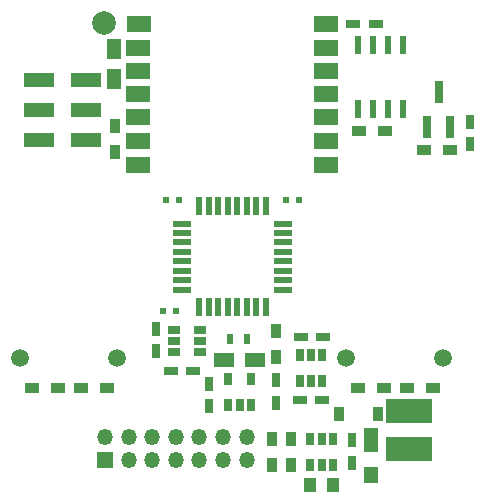
<source format=gts>
G04 #@! TF.GenerationSoftware,KiCad,Pcbnew,no-vcs-found-4f2ed1b~58~ubuntu16.04.1*
G04 #@! TF.CreationDate,2017-05-08T18:55:31+03:00*
G04 #@! TF.ProjectId,livolo_2_channels_1way_eu_switch,6C69766F6C6F5F325F6368616E6E656C,rev?*
G04 #@! TF.FileFunction,Soldermask,Top*
G04 #@! TF.FilePolarity,Negative*
%FSLAX46Y46*%
G04 Gerber Fmt 4.6, Leading zero omitted, Abs format (unit mm)*
G04 Created by KiCad (PCBNEW no-vcs-found-4f2ed1b~58~ubuntu16.04.1) date Mon May  8 18:55:31 2017*
%MOMM*%
%LPD*%
G01*
G04 APERTURE LIST*
%ADD10C,0.100000*%
%ADD11R,1.000000X1.250000*%
%ADD12R,4.000000X2.000000*%
%ADD13R,1.200000X2.000000*%
%ADD14R,1.200000X1.400000*%
%ADD15R,0.900000X1.200000*%
%ADD16R,0.650000X1.060000*%
%ADD17R,2.500000X1.270000*%
%ADD18R,1.750000X1.260000*%
%ADD19R,1.200000X0.900000*%
%ADD20R,1.200000X0.750000*%
%ADD21C,1.500000*%
%ADD22R,0.600000X0.500000*%
%ADD23R,0.750000X1.200000*%
%ADD24R,0.550000X1.600000*%
%ADD25R,1.600000X0.550000*%
%ADD26C,1.998980*%
%ADD27R,1.060000X0.650000*%
%ADD28R,1.998980X1.399540*%
%ADD29R,0.600000X1.550000*%
%ADD30R,0.800000X1.900000*%
%ADD31R,0.500000X0.900000*%
%ADD32R,1.260000X1.750000*%
%ADD33O,1.350000X1.350000*%
%ADD34R,1.350000X1.350000*%
G04 APERTURE END LIST*
D10*
D11*
X149000000Y-111600000D03*
X151000000Y-111600000D03*
D12*
X157400000Y-105350000D03*
X157400000Y-108600000D03*
D13*
X154200000Y-107800000D03*
D14*
X154200000Y-110800000D03*
D15*
X145800000Y-107700000D03*
X145800000Y-109900000D03*
D16*
X150000000Y-109900000D03*
X150950000Y-109900000D03*
X149050000Y-109900000D03*
X149050000Y-107700000D03*
X150000000Y-107700000D03*
X150950000Y-107700000D03*
D17*
X126050000Y-82440000D03*
X126050000Y-79900000D03*
X126050000Y-77360000D03*
X130050000Y-77360000D03*
X130050000Y-79900000D03*
X130050000Y-82400000D03*
D18*
X141775000Y-101092000D03*
X144325000Y-101092000D03*
D19*
X160866000Y-83312000D03*
X158666000Y-83312000D03*
D20*
X152675000Y-72600000D03*
X154575000Y-72600000D03*
D21*
X152100000Y-100850000D03*
X160300000Y-100850000D03*
X132700000Y-100900000D03*
X124500000Y-100900000D03*
D22*
X136600000Y-96900000D03*
X137700000Y-96900000D03*
X137900000Y-87500000D03*
X136800000Y-87500000D03*
X146950000Y-87500000D03*
X148050000Y-87500000D03*
D23*
X140500000Y-104950000D03*
X140500000Y-103050000D03*
X146100000Y-104650000D03*
X146100000Y-102750000D03*
X152600000Y-109750000D03*
X152600000Y-107850000D03*
D20*
X150050000Y-104400000D03*
X148150000Y-104400000D03*
D23*
X136000000Y-100300000D03*
X136000000Y-98400000D03*
D20*
X148250000Y-99100000D03*
X150150000Y-99100000D03*
X137250000Y-102000000D03*
X139150000Y-102000000D03*
D15*
X154750000Y-105600000D03*
X151450000Y-105600000D03*
D24*
X145250000Y-96550000D03*
X144450000Y-96550000D03*
X143650000Y-96550000D03*
X142850000Y-96550000D03*
X142050000Y-96550000D03*
X141250000Y-96550000D03*
X140450000Y-96550000D03*
X139650000Y-96550000D03*
D25*
X138200000Y-95100000D03*
X138200000Y-94300000D03*
X138200000Y-93500000D03*
X138200000Y-92700000D03*
X138200000Y-91900000D03*
X138200000Y-91100000D03*
X138200000Y-90300000D03*
X138200000Y-89500000D03*
D24*
X139650000Y-88050000D03*
X140450000Y-88050000D03*
X141250000Y-88050000D03*
X142050000Y-88050000D03*
X142850000Y-88050000D03*
X143650000Y-88050000D03*
X144450000Y-88050000D03*
X145250000Y-88050000D03*
D25*
X146700000Y-89500000D03*
X146700000Y-90300000D03*
X146700000Y-91100000D03*
X146700000Y-91900000D03*
X146700000Y-92700000D03*
X146700000Y-93500000D03*
X146700000Y-94300000D03*
X146700000Y-95100000D03*
D26*
X131550000Y-72550000D03*
D15*
X147400000Y-109900000D03*
X147400000Y-107700000D03*
X146100000Y-100800000D03*
X146100000Y-98600000D03*
X132500000Y-81200000D03*
X132500000Y-83400000D03*
D19*
X155300000Y-103400000D03*
X153100000Y-103400000D03*
X157200000Y-103400000D03*
X159400000Y-103400000D03*
X129600000Y-103400000D03*
X131800000Y-103400000D03*
X127700000Y-103400000D03*
X125500000Y-103400000D03*
D16*
X142100000Y-102650000D03*
X144000000Y-102650000D03*
X144000000Y-104850000D03*
X143050000Y-104850000D03*
X142100000Y-104850000D03*
X149100000Y-100650000D03*
X148150000Y-100650000D03*
X150050000Y-100650000D03*
X150050000Y-102850000D03*
X149100000Y-102850000D03*
X148150000Y-102850000D03*
D27*
X137500000Y-98500000D03*
X137500000Y-99450000D03*
X137500000Y-100400000D03*
X139700000Y-100400000D03*
X139700000Y-98500000D03*
X139700000Y-99450000D03*
D28*
X134499800Y-72598780D03*
X134471860Y-74600300D03*
X134471860Y-76599280D03*
X134471860Y-78550000D03*
X134471860Y-80500720D03*
X134471860Y-82499700D03*
X134471860Y-84501220D03*
X150372260Y-84501220D03*
X150372260Y-82499700D03*
X150372260Y-80500720D03*
X150372260Y-78550000D03*
X150372260Y-76599280D03*
X150372260Y-74600300D03*
X150372260Y-72598780D03*
D23*
X162600000Y-82800000D03*
X162600000Y-80900000D03*
D19*
X153200000Y-81700000D03*
X155400000Y-81700000D03*
D29*
X153120000Y-74400000D03*
X154390000Y-74400000D03*
X155660000Y-74400000D03*
X156930000Y-74400000D03*
X156930000Y-79800000D03*
X155660000Y-79800000D03*
X154390000Y-79800000D03*
X153120000Y-79800000D03*
D30*
X159900000Y-78350000D03*
X160850000Y-81350000D03*
X158950000Y-81350000D03*
D31*
X142200000Y-99300000D03*
X143700000Y-99300000D03*
D32*
X132400000Y-77275000D03*
X132400000Y-74725000D03*
D33*
X143650000Y-107550000D03*
X143650000Y-109550000D03*
X141650000Y-107550000D03*
X141650000Y-109550000D03*
X139650000Y-107550000D03*
X139650000Y-109550000D03*
X137650000Y-107550000D03*
X137650000Y-109550000D03*
X135650000Y-107550000D03*
X135650000Y-109550000D03*
X133650000Y-107550000D03*
X133650000Y-109550000D03*
X131650000Y-107550000D03*
D34*
X131650000Y-109550000D03*
M02*

</source>
